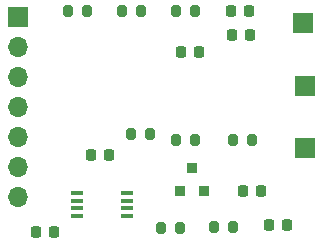
<source format=gbs>
%TF.GenerationSoftware,KiCad,Pcbnew,(6.0.9)*%
%TF.CreationDate,2023-09-05T16:32:31-05:00*%
%TF.ProjectId,Pulse_Temp,50756c73-655f-4546-956d-702e6b696361,rev?*%
%TF.SameCoordinates,Original*%
%TF.FileFunction,Soldermask,Bot*%
%TF.FilePolarity,Negative*%
%FSLAX46Y46*%
G04 Gerber Fmt 4.6, Leading zero omitted, Abs format (unit mm)*
G04 Created by KiCad (PCBNEW (6.0.9)) date 2023-09-05 16:32:31*
%MOMM*%
%LPD*%
G01*
G04 APERTURE LIST*
G04 Aperture macros list*
%AMRoundRect*
0 Rectangle with rounded corners*
0 $1 Rounding radius*
0 $2 $3 $4 $5 $6 $7 $8 $9 X,Y pos of 4 corners*
0 Add a 4 corners polygon primitive as box body*
4,1,4,$2,$3,$4,$5,$6,$7,$8,$9,$2,$3,0*
0 Add four circle primitives for the rounded corners*
1,1,$1+$1,$2,$3*
1,1,$1+$1,$4,$5*
1,1,$1+$1,$6,$7*
1,1,$1+$1,$8,$9*
0 Add four rect primitives between the rounded corners*
20,1,$1+$1,$2,$3,$4,$5,0*
20,1,$1+$1,$4,$5,$6,$7,0*
20,1,$1+$1,$6,$7,$8,$9,0*
20,1,$1+$1,$8,$9,$2,$3,0*%
G04 Aperture macros list end*
%ADD10R,1.700000X1.700000*%
%ADD11R,1.041400X0.381000*%
%ADD12RoundRect,0.218750X0.218750X0.256250X-0.218750X0.256250X-0.218750X-0.256250X0.218750X-0.256250X0*%
%ADD13RoundRect,0.200000X0.200000X0.275000X-0.200000X0.275000X-0.200000X-0.275000X0.200000X-0.275000X0*%
%ADD14RoundRect,0.225000X0.225000X0.250000X-0.225000X0.250000X-0.225000X-0.250000X0.225000X-0.250000X0*%
%ADD15RoundRect,0.218750X-0.218750X-0.256250X0.218750X-0.256250X0.218750X0.256250X-0.218750X0.256250X0*%
%ADD16RoundRect,0.200000X-0.200000X-0.275000X0.200000X-0.275000X0.200000X0.275000X-0.200000X0.275000X0*%
%ADD17O,1.700000X1.700000*%
%ADD18RoundRect,0.225000X-0.225000X-0.250000X0.225000X-0.250000X0.225000X0.250000X-0.225000X0.250000X0*%
%ADD19R,0.812800X0.889000*%
G04 APERTURE END LIST*
D10*
%TO.C,3V*%
X180289200Y-84175600D03*
%TD*%
%TO.C,5V*%
X180289200Y-78994000D03*
%TD*%
%TO.C,1.8V*%
X180086000Y-73660000D03*
%TD*%
D11*
%TO.C,5V Reg*%
X165239700Y-88026240D03*
X165239700Y-88676480D03*
X165239700Y-89326720D03*
X165239700Y-89976960D03*
X160997900Y-89976960D03*
X160997900Y-89326720D03*
X160997900Y-88676480D03*
X160997900Y-88026240D03*
%TD*%
D12*
%TO.C,D1*%
X171323100Y-76098400D03*
X169748100Y-76098400D03*
%TD*%
D13*
%TO.C,4.7k_R4*%
X161861000Y-72644000D03*
X160211000Y-72644000D03*
%TD*%
D14*
%TO.C,10u_C3*%
X159017000Y-91287600D03*
X157467000Y-91287600D03*
%TD*%
D15*
%TO.C,2.2u_L1*%
X162128100Y-84836000D03*
X163703100Y-84836000D03*
%TD*%
D16*
%TO.C,10k_R1*%
X174181000Y-83566000D03*
X175831000Y-83566000D03*
%TD*%
D14*
%TO.C,0.1u_C1*%
X176543000Y-87884000D03*
X174993000Y-87884000D03*
%TD*%
D16*
%TO.C,100k_R1*%
X168085000Y-90982800D03*
X169735000Y-90982800D03*
%TD*%
%TO.C,1k_R6*%
X165545000Y-83007200D03*
X167195000Y-83007200D03*
%TD*%
D13*
%TO.C,4.7k_R3*%
X166433000Y-72644000D03*
X164783000Y-72644000D03*
%TD*%
D10*
%TO.C,J1*%
X155956000Y-73147000D03*
D17*
X155956000Y-75687000D03*
X155956000Y-78227000D03*
X155956000Y-80767000D03*
X155956000Y-83307000D03*
X155956000Y-85847000D03*
X155956000Y-88387000D03*
%TD*%
D18*
%TO.C,1u_C4*%
X173977000Y-72644000D03*
X175527000Y-72644000D03*
%TD*%
D14*
%TO.C,10u_C1*%
X178778200Y-90728800D03*
X177228200Y-90728800D03*
%TD*%
%TO.C,0.1u_C6*%
X175628600Y-74625200D03*
X174078600Y-74625200D03*
%TD*%
D16*
%TO.C,10k_R2*%
X169355000Y-83566000D03*
X171005000Y-83566000D03*
%TD*%
%TO.C,750k_R2*%
X172555400Y-90932000D03*
X174205400Y-90932000D03*
%TD*%
%TO.C,4.7k_R5*%
X169355000Y-72644000D03*
X171005000Y-72644000D03*
%TD*%
D19*
%TO.C,Reg 1.8V*%
X171712999Y-87812999D03*
X169663001Y-87812999D03*
X170688000Y-85923000D03*
%TD*%
M02*

</source>
